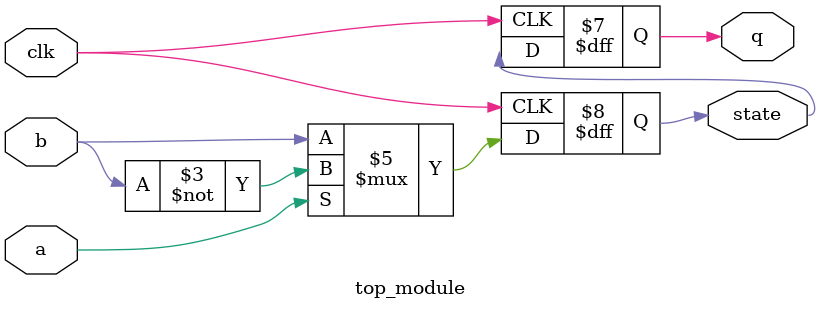
<source format=sv>
module top_module (
    input clk,
    input a,
    input b,
    output reg q,
    output reg state
);

    always @(posedge clk) begin
        if (a == 1'b1) begin
            state <= ~b;
        end
        else begin
            state <= b;
        end
        q <= state;
    end

endmodule

</source>
